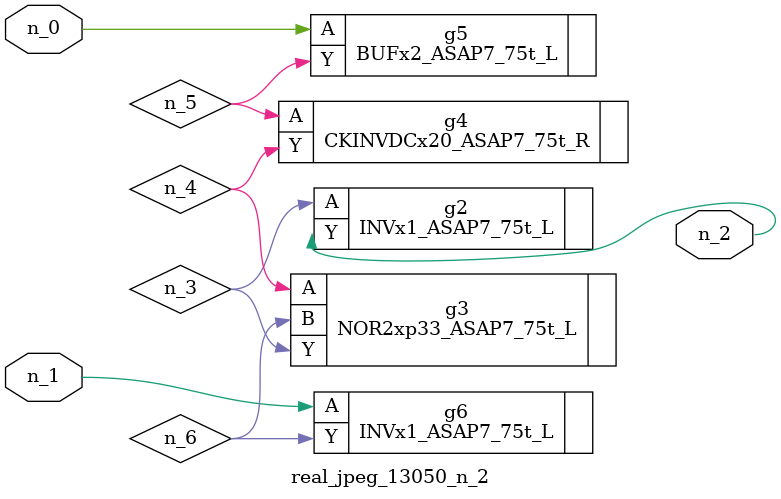
<source format=v>
module real_jpeg_13050_n_2 (n_1, n_0, n_2);

input n_1;
input n_0;

output n_2;

wire n_5;
wire n_4;
wire n_6;
wire n_3;

BUFx2_ASAP7_75t_L g5 ( 
.A(n_0),
.Y(n_5)
);

INVx1_ASAP7_75t_L g6 ( 
.A(n_1),
.Y(n_6)
);

INVx1_ASAP7_75t_L g2 ( 
.A(n_3),
.Y(n_2)
);

NOR2xp33_ASAP7_75t_L g3 ( 
.A(n_4),
.B(n_6),
.Y(n_3)
);

CKINVDCx20_ASAP7_75t_R g4 ( 
.A(n_5),
.Y(n_4)
);


endmodule
</source>
